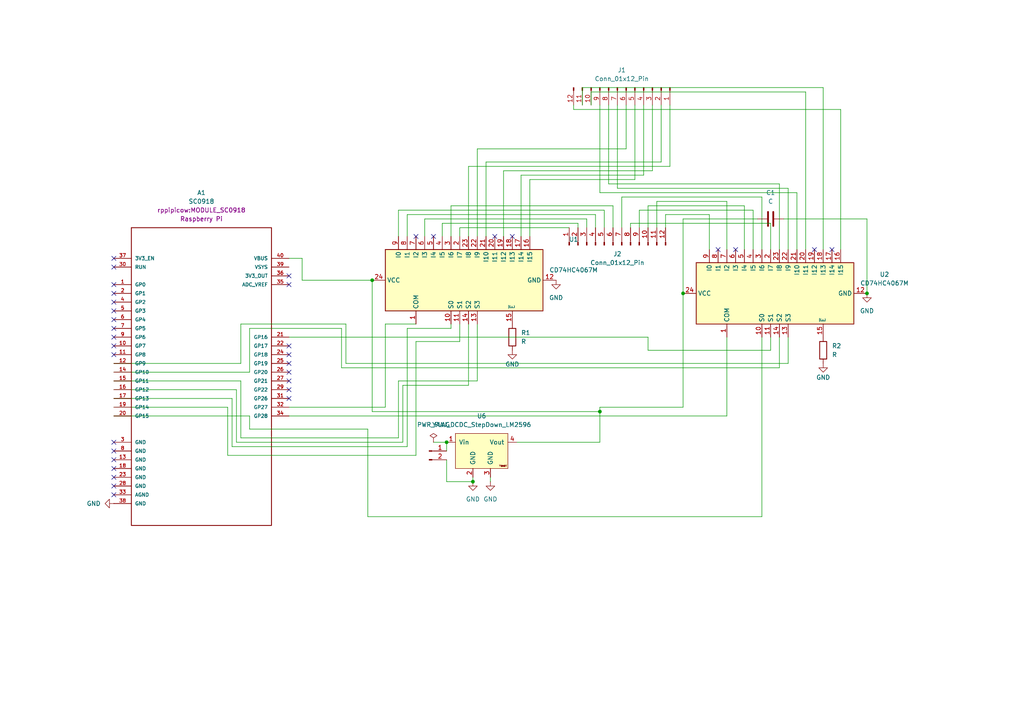
<source format=kicad_sch>
(kicad_sch (version 20231120) (generator "eeschema") (generator_version "8.0")
  (paper "A4")
  (lib_symbols
    (symbol "74xx:CD74HC4067M"
      (property "Reference" "U" (at -8.89 22.86 0))
      (property "Value" "CD74HC4067M" (at 1.27 22.86 0))
      (symbol "CD74HC4067M_0_1"
        (rectangle (start -8.89 21.59) (end 8.89 -24.13) (stroke (width 0.254)) (fill (type background)))
      )
      (symbol "CD74HC4067M_1_1"
        (pin passive line (at -12.7 12.7 0) (length 3.81) (name "COM") (number "1"))
        (pin input line (at -12.7 2.54 0) (length 3.81) (name "S0") (number "10"))
        (pin input line (at -12.7 0 0) (length 3.81) (name "S1") (number "11"))
        (pin power_in line (at 0 -27.94 90) (length 3.81) (name "GND") (number "12"))
        (pin input line (at -12.7 -5.08 0) (length 3.81) (name "S3") (number "13"))
        (pin input line (at -12.7 -2.54 0) (length 3.81) (name "S2") (number "14"))
        (pin input line (at -12.7 -15.24 0) (length 3.81) (name "~{E}") (number "15"))
        (pin passive line (at 12.7 -20.32 180) (length 3.81) (name "I15") (number "16"))
        (pin passive line (at 12.7 -17.78 180) (length 3.81) (name "I14") (number "17"))
        (pin passive line (at 12.7 -15.24 180) (length 3.81) (name "I13") (number "18"))
        (pin passive line (at 12.7 -12.7 180) (length 3.81) (name "I12") (number "19"))
        (pin passive line (at 12.7 0 180) (length 3.81) (name "I7") (number "2"))
        (pin passive line (at 12.7 -10.16 180) (length 3.81) (name "I11") (number "20"))
        (pin passive line (at 12.7 -7.62 180) (length 3.81) (name "I10") (number "21"))
        (pin passive line (at 12.7 -5.08 180) (length 3.81) (name "I9") (number "22"))
        (pin passive line (at 12.7 -2.54 180) (length 3.81) (name "I8") (number "23"))
        (pin power_in line (at 0 25.4 270) (length 3.81) (name "VCC") (number "24"))
        (pin passive line (at 12.7 2.54 180) (length 3.81) (name "I6") (number "3"))
        (pin passive line (at 12.7 5.08 180) (length 3.81) (name "I5") (number "4"))
        (pin passive line (at 12.7 7.62 180) (length 3.81) (name "I4") (number "5"))
        (pin passive line (at 12.7 10.16 180) (length 3.81) (name "I3") (number "6"))
        (pin passive line (at 12.7 12.7 180) (length 3.81) (name "I2") (number "7"))
        (pin passive line (at 12.7 15.24 180) (length 3.81) (name "I1") (number "8"))
        (pin passive line (at 12.7 17.78 180) (length 3.81) (name "I0") (number "9"))
      )
    )
    (symbol "Connector:Conn_01x02_Pin" (pin_names (offset 1.016) hide)
      (property "Reference" "J" (at 0 2.54 0))
      (property "Value" "Conn_01x02_Pin" (at 0 -5.08 0))
      (symbol "Conn_01x02_Pin_1_1"
        (polyline (pts (xy 1.27 -2.54) (xy 0.8636 -2.54)) (stroke (width 0.1524)))
        (polyline (pts (xy 1.27 0) (xy 0.8636 0)) (stroke (width 0.1524)))
        (rectangle (start 0.8636 -2.413) (end 0 -2.667) (stroke (width 0.1524)) (fill (type outline)))
        (rectangle (start 0.8636 0.127) (end 0 -0.127) (stroke (width 0.1524)) (fill (type outline)))
        (pin passive line (at 5.08 0 180) (length 3.81) (name "Pin_1") (number "1"))
        (pin passive line (at 5.08 -2.54 180) (length 3.81) (name "Pin_2") (number "2"))
      )
    )
    (symbol "Connector:Conn_01x12_Pin" (pin_names (offset 1.016) hide)
      (property "Reference" "J" (at 0 15.24 0))
      (property "Value" "Conn_01x12_Pin" (at 0 -17.78 0))
      (symbol "Conn_01x12_Pin_1_1"
        (polyline (pts (xy 1.27 -15.24) (xy 0.8636 -15.24)) (stroke (width 0.1524)))
        (polyline (pts (xy 1.27 -12.7) (xy 0.8636 -12.7)) (stroke (width 0.1524)))
        (polyline (pts (xy 1.27 -10.16) (xy 0.8636 -10.16)) (stroke (width 0.1524)))
        (polyline (pts (xy 1.27 -7.62) (xy 0.8636 -7.62)) (stroke (width 0.1524)))
        (polyline (pts (xy 1.27 -5.08) (xy 0.8636 -5.08)) (stroke (width 0.1524)))
        (polyline (pts (xy 1.27 -2.54) (xy 0.8636 -2.54)) (stroke (width 0.1524)))
        (polyline (pts (xy 1.27 0) (xy 0.8636 0)) (stroke (width 0.1524)))
        (polyline (pts (xy 1.27 2.54) (xy 0.8636 2.54)) (stroke (width 0.1524)))
        (polyline (pts (xy 1.27 5.08) (xy 0.8636 5.08)) (stroke (width 0.1524)))
        (polyline (pts (xy 1.27 7.62) (xy 0.8636 7.62)) (stroke (width 0.1524)))
        (polyline (pts (xy 1.27 10.16) (xy 0.8636 10.16)) (stroke (width 0.1524)))
        (polyline (pts (xy 1.27 12.7) (xy 0.8636 12.7)) (stroke (width 0.1524)))
        (rectangle (start 0.8636 -15.113) (end 0 -15.367) (stroke (width 0.1524)) (fill (type outline)))
        (rectangle (start 0.8636 -12.573) (end 0 -12.827) (stroke (width 0.1524)) (fill (type outline)))
        (rectangle (start 0.8636 -10.033) (end 0 -10.287) (stroke (width 0.1524)) (fill (type outline)))
        (rectangle (start 0.8636 -7.493) (end 0 -7.747) (stroke (width 0.1524)) (fill (type outline)))
        (rectangle (start 0.8636 -4.953) (end 0 -5.207) (stroke (width 0.1524)) (fill (type outline)))
        (rectangle (start 0.8636 -2.413) (end 0 -2.667) (stroke (width 0.1524)) (fill (type outline)))
        (rectangle (start 0.8636 0.127) (end 0 -0.127) (stroke (width 0.1524)) (fill (type outline)))
        (rectangle (start 0.8636 2.667) (end 0 2.413) (stroke (width 0.1524)) (fill (type outline)))
        (rectangle (start 0.8636 5.207) (end 0 4.953) (stroke (width 0.1524)) (fill (type outline)))
        (rectangle (start 0.8636 7.747) (end 0 7.493) (stroke (width 0.1524)) (fill (type outline)))
        (rectangle (start 0.8636 10.287) (end 0 10.033) (stroke (width 0.1524)) (fill (type outline)))
        (rectangle (start 0.8636 12.827) (end 0 12.573) (stroke (width 0.1524)) (fill (type outline)))
        (pin passive line (at 5.08 12.7 180) (length 3.81) (name "Pin_1") (number "1"))
        (pin passive line (at 5.08 -10.16 180) (length 3.81) (name "Pin_10") (number "10"))
        (pin passive line (at 5.08 -12.7 180) (length 3.81) (name "Pin_11") (number "11"))
        (pin passive line (at 5.08 -15.24 180) (length 3.81) (name "Pin_12") (number "12"))
        (pin passive line (at 5.08 10.16 180) (length 3.81) (name "Pin_2") (number "2"))
        (pin passive line (at 5.08 7.62 180) (length 3.81) (name "Pin_3") (number "3"))
        (pin passive line (at 5.08 5.08 180) (length 3.81) (name "Pin_4") (number "4"))
        (pin passive line (at 5.08 2.54 180) (length 3.81) (name "Pin_5") (number "5"))
        (pin passive line (at 5.08 0 180) (length 3.81) (name "Pin_6") (number "6"))
        (pin passive line (at 5.08 -2.54 180) (length 3.81) (name "Pin_7") (number "7"))
        (pin passive line (at 5.08 -5.08 180) (length 3.81) (name "Pin_8") (number "8"))
        (pin passive line (at 5.08 -7.62 180) (length 3.81) (name "Pin_9") (number "9"))
      )
    )
    (symbol "Device:C" (pin_numbers hide) (pin_names (offset 0.254))
      (property "Reference" "C" (at 0.635 2.54 0))
      (property "Value" "C" (at 0.635 -2.54 0))
      (symbol "C_0_1"
        (polyline (pts (xy -2.032 -0.762) (xy 2.032 -0.762)) (stroke (width 0.508)))
        (polyline (pts (xy -2.032 0.762) (xy 2.032 0.762)) (stroke (width 0.508)))
      )
      (symbol "C_1_1"
        (pin passive line (at 0 3.81 270) (length 2.794) (name "~") (number "1"))
        (pin passive line (at 0 -3.81 90) (length 2.794) (name "~") (number "2"))
      )
    )
    (symbol "Device:R" (pin_numbers hide) (pin_names (offset 0))
      (property "Reference" "R" (at 2.032 0 90))
      (property "Value" "R" (at 0 0 90))
      (symbol "R_0_1"
        (rectangle (start -1.016 -2.54) (end 1.016 2.54) (stroke (width 0.254)))
      )
      (symbol "R_1_1"
        (pin passive line (at 0 3.81 270) (length 1.27) (name "~") (number "1"))
        (pin passive line (at 0 -3.81 90) (length 1.27) (name "~") (number "2"))
      )
    )
    (symbol "LM2596S:YAAJ_DCDC_StepDown_LM2596" (pin_names (offset 1.016))
      (property "Reference" "U" (at -5.08 6.35 0))
      (property "Value" "YAAJ_DCDC_StepDown_LM2596" (at 0 11.43 0))
      (symbol "YAAJ_DCDC_StepDown_LM2596_0_1"
        (rectangle (start -7.62 5.08) (end 7.62 -5.08) (fill (type background)))
      )
      (symbol "YAAJ_DCDC_StepDown_LM2596_1_1"
        (text "Y@@V" (at 6.1976 -4.2672 0) (effects (font (size 0.508 0.508))))
        (pin power_in line (at -10.16 2.54 0) (length 2.54) (name "Vin") (number "1"))
        (pin power_in line (at -2.54 -7.62 90) (length 2.54) (name "GND") (number "2"))
        (pin power_in line (at 2.54 -7.62 90) (length 2.54) (name "GND") (number "3"))
        (pin power_out line (at 10.16 2.54 180) (length 2.54) (name "Vout") (number "4"))
      )
    )
    (symbol "RPiPicoW:SC0918" (pin_names (offset 1.016))
      (property "Reference" "A1" (at 0 58.42 0))
      (property "Value" "SC0918" (at 0 55.88 0))
      (property "Footprint" "Raspberry Pi:MODULE_SC0918" (at -12.7 -46.99 0))
      (property "manufacturer" "Raspberry Pi" (at 0 53.34 0))
      (symbol "SC0918_0_0"
        (rectangle (start -20.32 -43.18) (end 20.32 43.18) (stroke (width 0.254)))
        (pin bidirectional line (at -25.4 26.67 0) (length 5.08) (name "GP0") (number "1"))
        (pin bidirectional line (at -25.4 8.89 0) (length 5.08) (name "GP7") (number "10"))
        (pin bidirectional line (at -25.4 6.35 0) (length 5.08) (name "GP8") (number "11"))
        (pin bidirectional line (at -25.4 3.81 0) (length 5.08) (name "GP9") (number "12"))
        (pin power_in line (at -25.4 -24.13 0) (length 5.08) (name "GND") (number "13"))
        (pin bidirectional line (at -25.4 1.27 0) (length 5.08) (name "GP10") (number "14"))
        (pin bidirectional line (at -25.4 -1.27 0) (length 5.08) (name "GP11") (number "15"))
        (pin bidirectional line (at -25.4 -3.81 0) (length 5.08) (name "GP12") (number "16"))
        (pin bidirectional line (at -25.4 -6.35 0) (length 5.08) (name "GP13") (number "17"))
        (pin power_in line (at -25.4 -26.67 0) (length 5.08) (name "GND") (number "18"))
        (pin bidirectional line (at -25.4 -8.89 0) (length 5.08) (name "GP14") (number "19"))
        (pin bidirectional line (at -25.4 24.13 0) (length 5.08) (name "GP1") (number "2"))
        (pin bidirectional line (at -25.4 -11.43 0) (length 5.08) (name "GP15") (number "20"))
        (pin bidirectional line (at 25.4 11.43 180) (length 5.08) (name "GP16") (number "21"))
        (pin bidirectional line (at 25.4 8.89 180) (length 5.08) (name "GP17") (number "22"))
        (pin power_in line (at -25.4 -29.21 0) (length 5.08) (name "GND") (number "23"))
        (pin bidirectional line (at 25.4 6.35 180) (length 5.08) (name "GP18") (number "24"))
        (pin bidirectional line (at 25.4 3.81 180) (length 5.08) (name "GP19") (number "25"))
        (pin bidirectional line (at 25.4 1.27 180) (length 5.08) (name "GP20") (number "26"))
        (pin bidirectional line (at 25.4 -1.27 180) (length 5.08) (name "GP21") (number "27"))
        (pin power_in line (at -25.4 -31.75 0) (length 5.08) (name "GND") (number "28"))
        (pin bidirectional line (at 25.4 -3.81 180) (length 5.08) (name "GP22") (number "29"))
        (pin power_in line (at -25.4 -19.05 0) (length 5.08) (name "GND") (number "3"))
        (pin input line (at -25.4 31.75 0) (length 5.08) (name "RUN") (number "30"))
        (pin bidirectional line (at 25.4 -6.35 180) (length 5.08) (name "GP26") (number "31"))
        (pin bidirectional line (at 25.4 -8.89 180) (length 5.08) (name "GP27") (number "32"))
        (pin power_in line (at -25.4 -34.29 0) (length 5.08) (name "AGND") (number "33"))
        (pin bidirectional line (at 25.4 -11.43 180) (length 5.08) (name "GP28") (number "34"))
        (pin power_in line (at 25.4 26.67 180) (length 5.08) (name "ADC_VREF") (number "35"))
        (pin power_in line (at 25.4 29.21 180) (length 5.08) (name "3V3_OUT") (number "36"))
        (pin input line (at -25.4 34.29 0) (length 5.08) (name "3V3_EN") (number "37"))
        (pin power_in line (at -25.4 -36.83 0) (length 5.08) (name "GND") (number "38"))
        (pin free line (at 25.4 31.75 180) (length 5.08) (name "VSYS") (number "39"))
        (pin bidirectional line (at -25.4 21.59 0) (length 5.08) (name "GP2") (number "4"))
        (pin free line (at 25.4 34.29 180) (length 5.08) (name "VBUS") (number "40"))
        (pin bidirectional line (at -25.4 19.05 0) (length 5.08) (name "GP3") (number "5"))
        (pin bidirectional line (at -25.4 16.51 0) (length 5.08) (name "GP4") (number "6"))
        (pin bidirectional line (at -25.4 13.97 0) (length 5.08) (name "GP5") (number "7"))
        (pin power_in line (at -25.4 -21.59 0) (length 5.08) (name "GND") (number "8"))
        (pin bidirectional line (at -25.4 11.43 0) (length 5.08) (name "GP6") (number "9"))
      )
    )
    (symbol "power:GND" (power) (pin_numbers hide) (pin_names (offset 0) hide)
      (property "Value" "GND" (at 0 -3.81 0))
      (symbol "GND_0_1"
        (polyline (pts (xy 0 0) (xy 0 -1.27) (xy 1.27 -1.27) (xy 0 -2.54) (xy -1.27 -1.27) (xy 0 -1.27)))
      )
      (symbol "GND_1_1"
        (pin power_in line (at 0 0 270) (length 0) (name "~") (number "1"))
      )
    )
    (symbol "power:PWR_FLAG" (power) (pin_numbers hide) (pin_names (offset 0) hide)
      (property "Value" "PWR_FLAG" (at 0 3.81 0))
      (symbol "PWR_FLAG_0_0"
        (pin power_out line (at 0 0 90) (length 0) (name "~") (number "1"))
      )
      (symbol "PWR_FLAG_0_1"
        (polyline (pts (xy 0 0) (xy 0 1.27) (xy -1.016 1.905) (xy 0 2.54) (xy 1.016 1.905) (xy 0 1.27)))
      )
    )
  )
  (junction (at 137.16 139.7))
  (junction (at 129.54 128.27))
  (junction (at 173.99 119.38))
  (junction (at 198.12 85.09))
  (junction (at 107.95 81.28))
  (junction (at 251.46 85.09))
  (no_connect (at 120.65 68.58))
  (no_connect (at 83.82 80.01))
  (no_connect (at 33.02 102.87))
  (no_connect (at 33.02 97.79))
  (no_connect (at 33.02 77.47))
  (no_connect (at 33.02 128.27))
  (no_connect (at 83.82 82.55))
  (no_connect (at 241.3 72.39))
  (no_connect (at 33.02 130.81))
  (no_connect (at 33.02 92.71))
  (no_connect (at 83.82 102.87))
  (no_connect (at 236.22 72.39))
  (no_connect (at 33.02 100.33))
  (no_connect (at 33.02 140.97))
  (no_connect (at 125.73 68.58))
  (no_connect (at 33.02 95.25))
  (no_connect (at 33.02 133.35))
  (no_connect (at 33.02 87.63))
  (no_connect (at 33.02 90.17))
  (no_connect (at 83.82 105.41))
  (no_connect (at 33.02 74.93))
  (no_connect (at 83.82 113.03))
  (no_connect (at 208.28 72.39))
  (no_connect (at 213.36 72.39))
  (no_connect (at 83.82 110.49))
  (no_connect (at 148.59 68.58))
  (no_connect (at 143.51 68.58))
  (no_connect (at 33.02 82.55))
  (no_connect (at 83.82 115.57))
  (no_connect (at 33.02 135.89))
  (no_connect (at 33.02 85.09))
  (no_connect (at 33.02 138.43))
  (no_connect (at 83.82 100.33))
  (no_connect (at 33.02 143.51))
  (no_connect (at 83.82 107.95))
  (wire (pts (xy 210.82 58.42) (xy 210.82 72.39)))
  (wire (pts (xy 218.44 60.96) (xy 218.44 72.39)))
  (wire (pts (xy 118.11 62.23) (xy 118.11 68.58)))
  (wire (pts (xy 146.05 49.53) (xy 146.05 68.58)))
  (wire (pts (xy 190.5 58.42) (xy 210.82 58.42)))
  (wire (pts (xy 210.82 97.79) (xy 210.82 120.65)))
  (wire (pts (xy 72.39 107.95) (xy 72.39 95.25)))
  (wire (pts (xy 107.95 119.38) (xy 173.99 119.38)))
  (wire (pts (xy 87.63 74.93) (xy 83.82 74.93)))
  (wire (pts (xy 215.9 59.69) (xy 215.9 72.39)))
  (wire (pts (xy 220.98 57.15) (xy 220.98 72.39)))
  (wire (pts (xy 185.42 66.04) (xy 185.42 60.96)))
  (wire (pts (xy 68.58 113.03) (xy 68.58 128.27)))
  (wire (pts (xy 72.39 120.65) (xy 72.39 124.46)))
  (wire (pts (xy 106.68 124.46) (xy 106.68 149.86)))
  (wire (pts (xy 33.02 115.57) (xy 67.31 115.57)))
  (wire (pts (xy 168.91 25.4) (xy 238.76 25.4)))
  (wire (pts (xy 140.97 46.99) (xy 140.97 68.58)))
  (wire (pts (xy 180.34 57.15) (xy 220.98 57.15)))
  (wire (pts (xy 99.06 95.25) (xy 99.06 106.68)))
  (wire (pts (xy 180.34 66.04) (xy 180.34 57.15)))
  (wire (pts (xy 193.04 62.23) (xy 205.74 62.23)))
  (wire (pts (xy 171.45 26.67) (xy 233.68 26.67)))
  (wire (pts (xy 69.85 105.41) (xy 69.85 93.98)))
  (wire (pts (xy 227.33 63.5) (xy 251.46 63.5)))
  (wire (pts (xy 100.33 105.41) (xy 228.6 105.41)))
  (wire (pts (xy 220.98 149.86) (xy 220.98 97.79)))
  (wire (pts (xy 125.73 128.27) (xy 129.54 128.27)))
  (wire (pts (xy 111.76 93.98) (xy 120.65 93.98)))
  (wire (pts (xy 118.11 129.54) (xy 118.11 95.25)))
  (wire (pts (xy 181.61 30.48) (xy 181.61 43.18)))
  (wire (pts (xy 128.27 64.77) (xy 128.27 68.58)))
  (wire (pts (xy 135.89 48.26) (xy 135.89 68.58)))
  (wire (pts (xy 177.8 66.04) (xy 177.8 59.69)))
  (wire (pts (xy 69.85 127) (xy 115.57 127)))
  (wire (pts (xy 72.39 95.25) (xy 99.06 95.25)))
  (wire (pts (xy 99.06 106.68) (xy 226.06 106.68)))
  (wire (pts (xy 138.43 43.18) (xy 181.61 43.18)))
  (wire (pts (xy 184.15 52.07) (xy 153.67 52.07)))
  (wire (pts (xy 142.24 139.7) (xy 142.24 138.43)))
  (wire (pts (xy 107.95 81.28) (xy 87.63 81.28)))
  (wire (pts (xy 129.54 130.81) (xy 129.54 128.27)))
  (wire (pts (xy 198.12 63.5) (xy 219.71 63.5)))
  (wire (pts (xy 33.02 118.11) (xy 66.04 118.11)))
  (wire (pts (xy 171.45 30.48) (xy 171.45 26.67)))
  (wire (pts (xy 176.53 30.48) (xy 176.53 53.34)))
  (wire (pts (xy 198.12 85.09) (xy 198.12 118.11)))
  (wire (pts (xy 223.52 101.6) (xy 223.52 97.79)))
  (wire (pts (xy 135.89 111.76) (xy 135.89 93.98)))
  (wire (pts (xy 170.18 66.04) (xy 170.18 63.5)))
  (wire (pts (xy 129.54 139.7) (xy 137.16 139.7)))
  (wire (pts (xy 168.91 30.48) (xy 168.91 25.4)))
  (wire (pts (xy 189.23 49.53) (xy 146.05 49.53)))
  (wire (pts (xy 189.23 30.48) (xy 189.23 49.53)))
  (wire (pts (xy 251.46 63.5) (xy 251.46 85.09)))
  (wire (pts (xy 115.57 60.96) (xy 175.26 60.96)))
  (wire (pts (xy 115.57 127) (xy 115.57 110.49)))
  (wire (pts (xy 186.69 30.48) (xy 186.69 50.8)))
  (wire (pts (xy 226.06 106.68) (xy 226.06 97.79)))
  (wire (pts (xy 123.19 63.5) (xy 123.19 68.58)))
  (wire (pts (xy 83.82 97.79) (xy 187.96 97.79)))
  (wire (pts (xy 243.84 31.75) (xy 243.84 72.39)))
  (wire (pts (xy 129.54 133.35) (xy 129.54 139.7)))
  (wire (pts (xy 228.6 97.79) (xy 228.6 105.41)))
  (wire (pts (xy 116.84 111.76) (xy 135.89 111.76)))
  (wire (pts (xy 33.02 107.95) (xy 72.39 107.95)))
  (wire (pts (xy 172.72 62.23) (xy 118.11 62.23)))
  (wire (pts (xy 173.99 30.48) (xy 173.99 55.88)))
  (wire (pts (xy 33.02 110.49) (xy 69.85 110.49)))
  (wire (pts (xy 116.84 128.27) (xy 116.84 111.76)))
  (wire (pts (xy 153.67 52.07) (xy 153.67 68.58)))
  (wire (pts (xy 226.06 53.34) (xy 226.06 72.39)))
  (wire (pts (xy 33.02 120.65) (xy 72.39 120.65)))
  (wire (pts (xy 165.1 66.04) (xy 133.35 66.04)))
  (wire (pts (xy 149.86 128.27) (xy 173.99 128.27)))
  (wire (pts (xy 107.95 81.28) (xy 107.95 119.38)))
  (wire (pts (xy 130.81 95.25) (xy 130.81 93.98)))
  (wire (pts (xy 87.63 81.28) (xy 87.63 74.93)))
  (wire (pts (xy 115.57 110.49) (xy 138.43 110.49)))
  (wire (pts (xy 184.15 30.48) (xy 184.15 52.07)))
  (wire (pts (xy 210.82 120.65) (xy 83.82 120.65)))
  (wire (pts (xy 173.99 118.11) (xy 173.99 119.38)))
  (wire (pts (xy 238.76 25.4) (xy 238.76 72.39)))
  (wire (pts (xy 173.99 55.88) (xy 231.14 55.88)))
  (wire (pts (xy 33.02 105.41) (xy 69.85 105.41)))
  (wire (pts (xy 133.35 99.06) (xy 133.35 93.98)))
  (wire (pts (xy 191.77 46.99) (xy 140.97 46.99)))
  (wire (pts (xy 193.04 66.04) (xy 193.04 62.23)))
  (wire (pts (xy 231.14 55.88) (xy 231.14 72.39)))
  (wire (pts (xy 115.57 68.58) (xy 115.57 60.96)))
  (wire (pts (xy 33.02 113.03) (xy 68.58 113.03)))
  (wire (pts (xy 198.12 118.11) (xy 173.99 118.11)))
  (wire (pts (xy 66.04 132.08) (xy 120.65 132.08)))
  (wire (pts (xy 233.68 26.67) (xy 233.68 72.39)))
  (wire (pts (xy 173.99 119.38) (xy 173.99 128.27)))
  (wire (pts (xy 133.35 66.04) (xy 133.35 68.58)))
  (wire (pts (xy 187.96 66.04) (xy 187.96 59.69)))
  (wire (pts (xy 66.04 118.11) (xy 66.04 132.08)))
  (wire (pts (xy 176.53 53.34) (xy 226.06 53.34)))
  (wire (pts (xy 130.81 59.69) (xy 130.81 68.58)))
  (wire (pts (xy 187.96 101.6) (xy 223.52 101.6)))
  (wire (pts (xy 191.77 30.48) (xy 191.77 46.99)))
  (wire (pts (xy 67.31 129.54) (xy 118.11 129.54)))
  (wire (pts (xy 179.07 54.61) (xy 179.07 30.48)))
  (wire (pts (xy 83.82 118.11) (xy 111.76 118.11)))
  (wire (pts (xy 182.88 66.04) (xy 182.88 64.77)))
  (wire (pts (xy 72.39 124.46) (xy 106.68 124.46)))
  (wire (pts (xy 120.65 132.08) (xy 120.65 99.06)))
  (wire (pts (xy 138.43 110.49) (xy 138.43 93.98)))
  (wire (pts (xy 194.31 48.26) (xy 135.89 48.26)))
  (wire (pts (xy 137.16 139.7) (xy 137.16 138.43)))
  (wire (pts (xy 167.64 64.77) (xy 128.27 64.77)))
  (wire (pts (xy 166.37 30.48) (xy 166.37 31.75)))
  (wire (pts (xy 111.76 93.98) (xy 111.76 118.11)))
  (wire (pts (xy 100.33 93.98) (xy 100.33 105.41)))
  (wire (pts (xy 182.88 64.77) (xy 223.52 64.77)))
  (wire (pts (xy 151.13 50.8) (xy 151.13 68.58)))
  (wire (pts (xy 69.85 93.98) (xy 100.33 93.98)))
  (wire (pts (xy 138.43 68.58) (xy 138.43 43.18)))
  (wire (pts (xy 175.26 60.96) (xy 175.26 66.04)))
  (wire (pts (xy 187.96 97.79) (xy 187.96 101.6)))
  (wire (pts (xy 170.18 63.5) (xy 123.19 63.5)))
  (wire (pts (xy 223.52 64.77) (xy 223.52 72.39)))
  (wire (pts (xy 118.11 95.25) (xy 130.81 95.25)))
  (wire (pts (xy 198.12 85.09) (xy 198.12 63.5)))
  (wire (pts (xy 106.68 149.86) (xy 220.98 149.86)))
  (wire (pts (xy 190.5 66.04) (xy 190.5 58.42)))
  (wire (pts (xy 166.37 31.75) (xy 243.84 31.75)))
  (wire (pts (xy 205.74 62.23) (xy 205.74 72.39)))
  (wire (pts (xy 172.72 66.04) (xy 172.72 62.23)))
  (wire (pts (xy 167.64 66.04) (xy 167.64 64.77)))
  (wire (pts (xy 187.96 59.69) (xy 215.9 59.69)))
  (wire (pts (xy 185.42 60.96) (xy 218.44 60.96)))
  (wire (pts (xy 67.31 115.57) (xy 67.31 129.54)))
  (wire (pts (xy 194.31 30.48) (xy 194.31 48.26)))
  (wire (pts (xy 228.6 54.61) (xy 179.07 54.61)))
  (wire (pts (xy 120.65 99.06) (xy 133.35 99.06)))
  (wire (pts (xy 186.69 50.8) (xy 151.13 50.8)))
  (wire (pts (xy 228.6 72.39) (xy 228.6 54.61)))
  (wire (pts (xy 177.8 59.69) (xy 130.81 59.69)))
  (wire (pts (xy 68.58 128.27) (xy 116.84 128.27)))
  (wire (pts (xy 69.85 110.49) (xy 69.85 127)))
  (symbol (lib_id "power:GND") (at 33.02 146.05 270) (unit 1)
    (property "Reference" "#PWR044" (effects (hide yes)))
    (property "Value" "GND" (at 29.21 146.0499 90) (effects (justify right)))
    (property "Description" "Power symbol creates a global label with name \"GND\" , ground" (effects (hide yes)))
  )
  (symbol (lib_id "power:GND") (at 161.29 81.28 0) (unit 1)
    (property "Reference" "#PWR012" (effects (hide yes)))
    (property "Value" "GND" (at 161.29 86.36 0))
    (property "Description" "Power symbol creates a global label with name \"GND\" , ground" (effects (hide yes)))
  )
  (symbol (lib_id "power:GND") (at 142.24 139.7 0) (unit 1)
    (property "Reference" "#PWR08" (effects (hide yes)))
    (property "Value" "GND" (at 142.24 144.78 0))
    (property "Description" "Power symbol creates a global label with name \"GND\" , ground" (effects (hide yes)))
  )
  (symbol (lib_id "Device:R") (at 238.76 101.6 0) (unit 1)
    (property "Reference" "R2" (at 241.3 100.3299 0) (effects (justify left)))
    (property "Value" "R" (at 241.3 102.8699 0) (effects (justify left)))
    (property "Footprint" "Resistor_SMD:R_1206_3216Metric_Pad1.30x1.75mm_HandSolder" (effects (hide yes)))
    (property "Description" "Resistor" (effects (hide yes)))
  )
  (symbol (lib_id "power:GND") (at 238.76 105.41 0) (unit 1)
    (property "Reference" "#PWR02" (effects (hide yes)))
    (property "Value" "GND" (at 238.76 109.474 0))
    (property "Description" "Power symbol creates a global label with name \"GND\" , ground" (effects (hide yes)))
  )
  (symbol (lib_id "power:PWR_FLAG") (at 125.73 128.27 0) (unit 1)
    (property "Reference" "#FLG01" (effects (hide yes)))
    (property "Value" "PWR_FLAG" (at 125.73 123.19 0))
    (property "Description" "Special symbol for telling ERC where power comes from" (effects (hide yes)))
  )
  (symbol (lib_id "Connector:Conn_01x02_Pin") (at 124.46 130.81 0) (unit 1)
    (property "Reference" "J3" (effects (hide yes)))
    (property "Value" "Conn_01x02_Pin" (effects (hide yes)))
    (property "Footprint" "Connector_PinHeader_2.54mm:PinHeader_1x02_P2.54mm_Vertical" (effects (hide yes)))
    (property "Description" "Generic connector, single row, 01x02, script generated" (effects (hide yes)))
  )
  (symbol (lib_id "Connector:Conn_01x12_Pin") (at 181.61 25.4 270) (unit 1)
    (property "Reference" "J1" (at 180.34 20.32 90))
    (property "Value" "Conn_01x12_Pin" (at 180.34 22.86 90))
    (property "Footprint" "Connector_PinHeader_2.54mm:PinHeader_1x12_P2.54mm_Vertical" (effects (hide yes)))
    (property "Description" "Generic connector, single row, 01x12, script generated" (effects (hide yes)))
  )
  (symbol (lib_id "Connector:Conn_01x12_Pin") (at 177.8 71.12 90) (unit 1)
    (property "Reference" "J2" (at 179.07 73.66 90))
    (property "Value" "Conn_01x12_Pin" (at 179.07 76.2 90))
    (property "Footprint" "Connector_PinHeader_2.54mm:PinHeader_1x12_P2.54mm_Vertical" (effects (hide yes)))
    (property "Description" "Generic connector, single row, 01x12, script generated" (effects (hide yes)))
  )
  (symbol (lib_id "74xx:CD74HC4067M") (at 133.35 81.28 90) (unit 1)
    (property "Reference" "U1" (at 166.37 69.4338 90))
    (property "Value" "CD74HC4067M" (at 166.37 78.3238 90))
    (property "Footprint" "Package_SO:SOIC-24W_7.5x15.4mm_P1.27mm" (effects (hide yes)))
    (property "Datasheet" "http://www.ti.com/lit/ds/symlink/cd74hc4067.pdf" (effects (hide yes)))
    (property "Description" "High-Speed CMOS Logic 16-Channel Analog Multiplexer/Demultiplexer, SOIC-24" (effects (hide yes)))
  )
  (symbol (lib_id "power:GND") (at 137.16 139.7 0) (unit 1)
    (property "Reference" "#PWR07" (effects (hide yes)))
    (property "Value" "GND" (at 137.16 144.78 0))
    (property "Description" "Power symbol creates a global label with name \"GND\" , ground" (effects (hide yes)))
  )
  (symbol (lib_id "power:GND") (at 148.59 101.6 0) (unit 1)
    (property "Reference" "#PWR01" (effects (hide yes)))
    (property "Value" "GND" (at 148.59 105.664 0))
    (property "Description" "Power symbol creates a global label with name \"GND\" , ground" (effects (hide yes)))
  )
  (symbol (lib_id "Device:R") (at 148.59 97.79 0) (unit 1)
    (property "Reference" "R1" (at 151.13 96.5199 0) (effects (justify left)))
    (property "Value" "R" (at 151.13 99.0599 0) (effects (justify left)))
    (property "Footprint" "Resistor_SMD:R_1206_3216Metric_Pad1.30x1.75mm_HandSolder" (effects (hide yes)))
    (property "Description" "Resistor" (effects (hide yes)))
  )
  (symbol (lib_id "74xx:CD74HC4067M") (at 223.52 85.09 90) (unit 1)
    (property "Reference" "U2" (at 256.54 79.5938 90))
    (property "Value" "CD74HC4067M" (at 256.54 82.1338 90))
    (property "Footprint" "Package_SO:SOIC-24W_7.5x15.4mm_P1.27mm" (effects (hide yes)))
    (property "Datasheet" "http://www.ti.com/lit/ds/symlink/cd74hc4067.pdf" (effects (hide yes)))
    (property "Description" "High-Speed CMOS Logic 16-Channel Analog Multiplexer/Demultiplexer, SOIC-24" (effects (hide yes)))
  )
  (symbol (lib_id "Device:C") (at 223.52 63.5 90) (unit 1)
    (property "Reference" "C1" (at 223.52 55.88 90))
    (property "Value" "C" (at 223.52 58.42 90))
    (property "Footprint" "Capacitor_SMD:C_0805_2012Metric_Pad1.18x1.45mm_HandSolder" (effects (hide yes)))
    (property "Description" "Unpolarized capacitor" (effects (hide yes)))
  )
  (symbol (lib_id "power:GND") (at 251.46 85.09 0) (unit 1)
    (property "Reference" "#PWR013" (effects (hide yes)))
    (property "Value" "GND" (at 251.46 90.17 0))
    (property "Description" "Power symbol creates a global label with name \"GND\" , ground" (effects (hide yes)))
  )
  (symbol (lib_id "RPiPicoW:SC0918") (at 58.42 109.22 0) (unit 1)
    (property "Reference" "A1" (at 58.42 55.88 0))
    (property "Value" "SC0918" (at 58.42 58.42 0))
    (property "Footprint" "rppipicow:MODULE_SC0918" (at 58.42 60.96 0))
    (property "Datasheet" "https://datasheets.raspberrypi.com/picow/pico-w-datasheet.pdf" (effects (hide yes)))
    (property "manufacturer" "Raspberry Pi" (at 58.42 63.5 0))
    (property "P/N" "SC0918" (effects (hide yes)))
    (property "PARTREV" "1.6" (effects (hide yes)))
    (property "MAXIMUM_PACKAGE_HEIGHT" "3.73mm" (effects (hide yes)))
  )
  (symbol (lib_id "LM2596S:YAAJ_DCDC_StepDown_LM2596") (at 139.7 130.81 0) (unit 1)
    (property "Reference" "U6" (at 139.7 120.65 0))
    (property "Value" "YAAJ_DCDC_StepDown_LM2596" (at 139.7 123.19 0))
    (property "Footprint" "LM2596S:YAAJ_DCDC_StepDown_LM2596" (effects (hide yes)))
    (property "Description" "module : adjustable step down module 3.2V-40V to 1.25V-35V 3A" (effects (hide yes)))
  )
)
</source>
